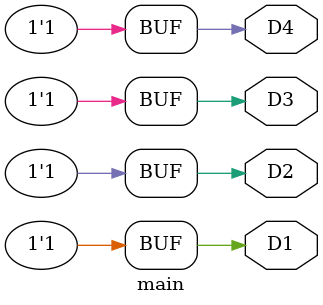
<source format=v>
module main (output  D1, output  D2, output  D3, output  D4);
assign D1 = 1'b1;
assign D2 = 1'b1;
assign D3 = 1'b1;
assign D4 = 1'b1;
endmodule


</source>
